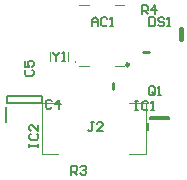
<source format=gto>
G04*
G04 #@! TF.GenerationSoftware,Altium Limited,Altium Designer,20.0.13 (296)*
G04*
G04 Layer_Color=65535*
%FSLAX25Y25*%
%MOIN*%
G70*
G01*
G75*
%ADD10C,0.00984*%
%ADD11C,0.00394*%
%ADD12C,0.01575*%
%ADD13C,0.00787*%
%ADD14C,0.01000*%
%ADD15C,0.00600*%
D10*
X42819Y37716D02*
G03*
X42819Y37716I-492J0D01*
G01*
D11*
X25028Y38839D02*
G03*
X25028Y38445I0J-197D01*
G01*
D02*
G03*
X25028Y38839I0J197D01*
G01*
X42811Y24965D02*
X48323D01*
Y8035D02*
Y24965D01*
X42811Y8035D02*
X48323D01*
X13677Y24965D02*
X19189D01*
X13677Y8035D02*
Y24965D01*
Y8035D02*
X19189D01*
X38020Y37264D02*
X41169D01*
X38020Y57736D02*
X41169D01*
X26209D02*
X29358D01*
X26209Y37264D02*
X29358D01*
X22453Y38925D02*
Y42075D01*
X16547Y38925D02*
Y42075D01*
D12*
X59996Y46425D02*
Y49575D01*
D13*
X1701Y18717D02*
Y23441D01*
X2244Y24819D02*
X13756D01*
Y27181D01*
X2244D02*
X13756D01*
X2244Y24819D02*
Y27181D01*
X49850Y19685D02*
Y20315D01*
X56150D01*
Y19685D02*
Y20315D01*
X49850Y19685D02*
X56150D01*
X49102Y15768D02*
Y18307D01*
D14*
X37501Y29500D02*
Y31500D01*
X47500Y41999D02*
X49500D01*
D15*
X23501Y1001D02*
Y3999D01*
X25000D01*
X25500Y3500D01*
Y2500D01*
X25000Y2000D01*
X23501D01*
X24500D02*
X25500Y1001D01*
X26500Y3500D02*
X27000Y3999D01*
X27999D01*
X28499Y3500D01*
Y3000D01*
X27999Y2500D01*
X27499D01*
X27999D01*
X28499Y2000D01*
Y1500D01*
X27999Y1001D01*
X27000D01*
X26500Y1500D01*
X31000Y18499D02*
X30000D01*
X30500D01*
Y16000D01*
X30000Y15500D01*
X29501D01*
X29001Y16000D01*
X33999Y15500D02*
X32000D01*
X33999Y17500D01*
Y18000D01*
X33499Y18499D01*
X32500D01*
X32000Y18000D01*
X17000Y25500D02*
X16500Y26000D01*
X15501D01*
X15001Y25500D01*
Y23500D01*
X15501Y23000D01*
X16500D01*
X17000Y23500D01*
X19499Y23000D02*
Y26000D01*
X18000Y24500D01*
X19999D01*
X44751Y25499D02*
X45751D01*
X45251D01*
Y22501D01*
X44751D01*
X45751D01*
X49250Y25000D02*
X48750Y25499D01*
X47750D01*
X47250Y25000D01*
Y23000D01*
X47750Y22501D01*
X48750D01*
X49250Y23000D01*
X50249Y22501D02*
X51249D01*
X50749D01*
Y25499D01*
X50249Y25000D01*
X49501Y53500D02*
Y50501D01*
X51001D01*
X51500Y51000D01*
Y53000D01*
X51001Y53500D01*
X49501D01*
X54500Y53000D02*
X54000Y53500D01*
X53000D01*
X52500Y53000D01*
Y52500D01*
X53000Y52000D01*
X54000D01*
X54500Y51500D01*
Y51000D01*
X54000Y50501D01*
X53000D01*
X52500Y51000D01*
X55499Y50501D02*
X56499D01*
X55999D01*
Y53500D01*
X55499Y53000D01*
X47001Y54501D02*
Y57499D01*
X48500D01*
X49000Y57000D01*
Y56000D01*
X48500Y55500D01*
X47001D01*
X48000D02*
X49000Y54501D01*
X51499D02*
Y57499D01*
X50000Y56000D01*
X51999D01*
X30501Y50501D02*
Y52500D01*
X31501Y53500D01*
X32500Y52500D01*
Y50501D01*
Y52000D01*
X30501D01*
X35500Y53000D02*
X35000Y53500D01*
X34000D01*
X33500Y53000D01*
Y51000D01*
X34000Y50501D01*
X35000D01*
X35500Y51000D01*
X36499Y50501D02*
X37499D01*
X36999D01*
Y53500D01*
X36499Y53000D01*
X17501Y42000D02*
Y41500D01*
X18500Y40500D01*
X19500Y41500D01*
Y42000D01*
X18500Y40500D02*
Y39000D01*
X20500D02*
X21499D01*
X21000D01*
Y42000D01*
X20500Y41500D01*
X9500Y10251D02*
Y11251D01*
Y10751D01*
X12500D01*
Y10251D01*
Y11251D01*
X10000Y14750D02*
X9500Y14250D01*
Y13250D01*
X10000Y12750D01*
X12000D01*
X12500Y13250D01*
Y14250D01*
X12000Y14750D01*
X12500Y17749D02*
Y15749D01*
X10500Y17749D01*
X10000D01*
X9500Y17249D01*
Y16249D01*
X10000Y15749D01*
X8500Y36000D02*
X8000Y35500D01*
Y34501D01*
X8500Y34001D01*
X10500D01*
X11000Y34501D01*
Y35500D01*
X10500Y36000D01*
X8000Y38999D02*
Y37000D01*
X9500D01*
X9000Y37999D01*
Y38499D01*
X9500Y38999D01*
X10500D01*
X11000Y38499D01*
Y37500D01*
X10500Y37000D01*
X51343Y28000D02*
Y29999D01*
X50844Y30499D01*
X49844D01*
X49344Y29999D01*
Y28000D01*
X49844Y27500D01*
X50844D01*
X50344Y28500D02*
X51343Y27500D01*
X50844D02*
X51343Y28000D01*
X52343Y27500D02*
X53343D01*
X52843D01*
Y30499D01*
X52343Y29999D01*
M02*

</source>
